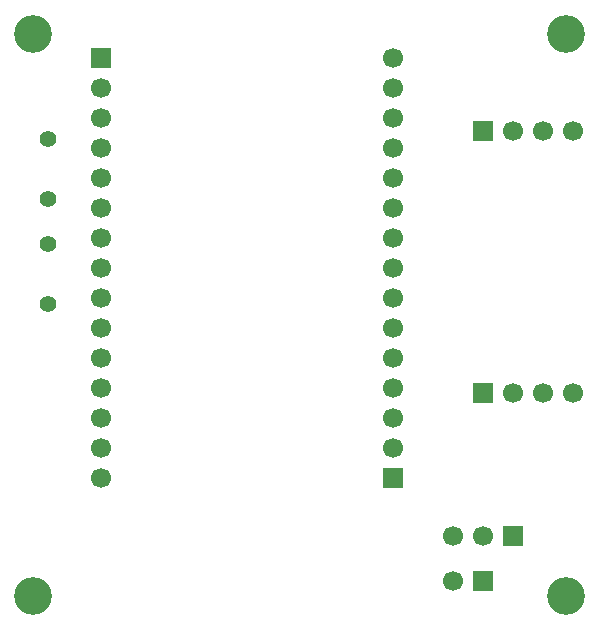
<source format=gbr>
%TF.GenerationSoftware,KiCad,Pcbnew,9.0.4*%
%TF.CreationDate,2025-08-21T19:51:14+03:00*%
%TF.ProjectId,homepost,686f6d65-706f-4737-942e-6b696361645f,rev?*%
%TF.SameCoordinates,Original*%
%TF.FileFunction,Soldermask,Bot*%
%TF.FilePolarity,Negative*%
%FSLAX46Y46*%
G04 Gerber Fmt 4.6, Leading zero omitted, Abs format (unit mm)*
G04 Created by KiCad (PCBNEW 9.0.4) date 2025-08-21 19:51:14*
%MOMM*%
%LPD*%
G01*
G04 APERTURE LIST*
%ADD10C,1.700000*%
%ADD11R,1.700000X1.700000*%
%ADD12C,3.200000*%
%ADD13C,1.400000*%
G04 APERTURE END LIST*
D10*
%TO.C,J4*%
X125095000Y-85852000D03*
X125095000Y-88392000D03*
X125095000Y-90932000D03*
X125095000Y-93472000D03*
X125095000Y-96012000D03*
X125095000Y-98552000D03*
X125095000Y-101092000D03*
X125095000Y-103632000D03*
X125095000Y-106172000D03*
X125095000Y-108712000D03*
X125095000Y-111252000D03*
X125095000Y-113792000D03*
X125095000Y-116332000D03*
X125095000Y-118872000D03*
D11*
X125095000Y-121412000D03*
%TD*%
D10*
%TO.C,J3*%
X100330000Y-121460000D03*
X100330000Y-118920000D03*
X100330000Y-116380000D03*
X100330000Y-113840000D03*
X100330000Y-111300000D03*
X100330000Y-108760000D03*
X100330000Y-106220000D03*
X100330000Y-103680000D03*
X100330000Y-101140000D03*
X100330000Y-98600000D03*
X100330000Y-96060000D03*
X100330000Y-93520000D03*
X100330000Y-90980000D03*
X100330000Y-88440000D03*
D11*
X100330000Y-85900000D03*
%TD*%
D12*
%TO.C,REF\u002A\u002A*%
X139700000Y-131445000D03*
%TD*%
%TO.C,REF\u002A\u002A*%
X139700000Y-83820000D03*
%TD*%
%TO.C,REF\u002A\u002A*%
X94615000Y-131445000D03*
%TD*%
D13*
%TO.C,R1*%
X95885000Y-106680000D03*
X95885000Y-101600000D03*
%TD*%
D11*
%TO.C,JP1*%
X132715000Y-130175000D03*
D10*
X130175000Y-130175000D03*
%TD*%
D11*
%TO.C,J1*%
X132715000Y-114275000D03*
D10*
X135255000Y-114275000D03*
X137795000Y-114275000D03*
X140335000Y-114275000D03*
%TD*%
D13*
%TO.C,R2*%
X95885000Y-97790000D03*
X95885000Y-92710000D03*
%TD*%
D11*
%TO.C,J5*%
X135255000Y-126365000D03*
D10*
X132715000Y-126365000D03*
X130175000Y-126365000D03*
%TD*%
D12*
%TO.C,REF\u002A\u002A*%
X94615000Y-83820000D03*
%TD*%
D11*
%TO.C,J2*%
X132725000Y-92050000D03*
D10*
X135265000Y-92050000D03*
X137805000Y-92050000D03*
X140345000Y-92050000D03*
%TD*%
M02*

</source>
